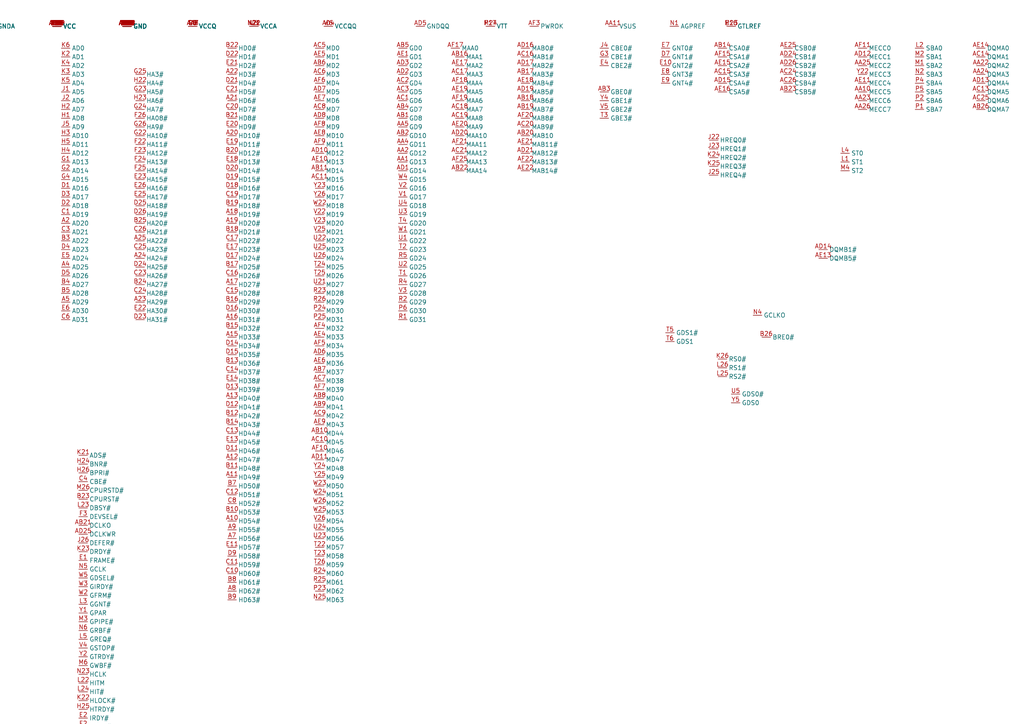
<source format=kicad_sch>
(kicad_sch (version 20231120) (generator "eeschema") (generator_version "8.0")
  (paper "A4")
  (lib_symbols
    (symbol "Library:VT82C694X"
      (property "Reference" "U" (at -19.05 106.68 0))
      (symbol "VT82C694X_0_0"
        (pin input line (at -92.71 93.98 0) (length 2.54) (name "GND") (number "A1"))
        (pin bidirectional line (at -62.23 -49.53 0) (length 2.54) (name "HD54#") (number "A10"))
        (pin bidirectional line (at -62.23 -36.83 0) (length 2.54) (name "HD49#") (number "A11"))
        (pin bidirectional line (at -62.23 -31.75 0) (length 2.54) (name "HD47#") (number "A12"))
        (pin bidirectional line (at -62.23 -13.97 0) (length 2.54) (name "HD40#") (number "A13"))
        (pin power_in line (at -92.71 93.98 0) (length 2.54) (name "GND") (number "A14"))
        (pin bidirectional line (at -62.23 3.81 0) (length 2.54) (name "HD33#") (number "A15"))
        (pin bidirectional line (at -62.23 8.89 0) (length 2.54) (name "HD31#") (number "A16"))
        (pin bidirectional line (at -62.23 19.05 0) (length 2.54) (name "HD27#") (number "A17"))
        (pin bidirectional line (at -62.23 39.37 0) (length 2.54) (name "HD19#") (number "A18"))
        (pin bidirectional line (at -62.23 36.83 0) (length 2.54) (name "HD20#") (number "A19"))
        (pin bidirectional line (at -110.49 36.83 0) (length 2.54) (name "AD20") (number "A2"))
        (pin bidirectional line (at -62.23 62.23 0) (length 2.54) (name "HD10#") (number "A20"))
        (pin bidirectional line (at -62.23 72.39 0) (length 2.54) (name "HD6#") (number "A21"))
        (pin bidirectional line (at -62.23 80.01 0) (length 2.54) (name "HD3#") (number "A22"))
        (pin bidirectional line (at -88.9 13.97 0) (length 2.54) (name "HA29#") (number "A23"))
        (pin bidirectional line (at -88.9 26.67 0) (length 2.54) (name "HA24#") (number "A24"))
        (pin bidirectional line (at -88.9 31.75 0) (length 2.54) (name "HA22#") (number "A25"))
        (pin power_in line (at -92.71 93.98 0) (length 2.54) (name "GND") (number "A26"))
        (pin input line (at 171.45 87.63 0) (length 2.54) (name "REQ0#") (number "A3"))
        (pin bidirectional line (at -110.49 24.13 0) (length 2.54) (name "AD25") (number "A4"))
        (pin bidirectional line (at -110.49 13.97 0) (length 2.54) (name "AD29") (number "A5"))
        (pin input line (at -105.41 -127 0) (length 2.54) (name "RESET#") (number "A6"))
        (pin bidirectional line (at -62.23 -54.61 0) (length 2.54) (name "HD56#") (number "A7"))
        (pin bidirectional line (at -62.23 -69.85 0) (length 2.54) (name "HD62#") (number "A8"))
        (pin bidirectional line (at -62.23 -52.07 0) (length 2.54) (name "HD55#") (number "A9"))
        (pin bidirectional line (at 120.65 74.93 0) (length 2.54) (name "MECC5") (number "AA10"))
        (pin power_in line (at 48.26 93.98 0) (length 2.54) (name "VSUS") (number "AA11"))
        (pin input line (at -105.41 -149.86 0) (length 2.54) (name "SUST#") (number "AA12"))
        (pin output line (at -105.41 -144.78 0) (length 2.54) (name "SRASB#") (number "AA17"))
        (pin power_in line (at -113.03 93.98 0) (length 2.54) (name "VCC") (number "AA18"))
        (pin power_in line (at -92.71 93.98 0) (length 2.54) (name "GND") (number "AA19"))
        (pin bidirectional line (at -12.7 57.15 0) (length 2.54) (name "GD12") (number "AA2"))
        (pin power_in line (at -113.03 93.98 0) (length 2.54) (name "VCC") (number "AA20"))
        (pin power_in line (at -92.71 93.98 0) (length 2.54) (name "GND") (number "AA21"))
        (pin output line (at 154.94 82.55 0) (length 2.54) (name "DQMA2") (number "AA22"))
        (pin bidirectional line (at 120.65 72.39 0) (length 2.54) (name "MECC6") (number "AA23"))
        (pin output line (at 154.94 80.01 0) (length 2.54) (name "DQMA3") (number "AA24"))
        (pin bidirectional line (at 120.65 82.55 0) (length 2.54) (name "MECC2") (number "AA25"))
        (pin bidirectional line (at 120.65 69.85 0) (length 2.54) (name "MECC7") (number "AA26"))
        (pin power_in line (at -73.66 93.98 0) (length 2.54) (name "VCCQ") (number "AA3"))
        (pin bidirectional line (at -12.7 59.69 0) (length 2.54) (name "GD11") (number "AA4"))
        (pin bidirectional line (at -12.7 64.77 0) (length 2.54) (name "GD9") (number "AA5"))
        (pin power_in line (at -92.71 93.98 0) (length 2.54) (name "GND") (number "AA6"))
        (pin input line (at -73.66 93.98 0) (length 2.54) (name "VCCQ") (number "AA7"))
        (pin power_in line (at -92.71 93.98 0) (length 2.54) (name "GND") (number "AA8"))
        (pin power_in line (at -113.03 93.98 0) (length 2.54) (name "VCC") (number "AA9"))
        (pin bidirectional line (at -12.7 67.31 0) (length 2.54) (name "GD8") (number "AB1"))
        (pin bidirectional line (at -36.83 -24.13 0) (length 2.54) (name "MD44") (number "AB10"))
        (pin bidirectional line (at -36.83 52.07 0) (length 2.54) (name "MD14") (number "AB11"))
        (pin power_in line (at -92.71 93.98 0) (length 2.54) (name "GND") (number "AB12"))
        (pin output line (at -105.41 -137.16 0) (length 2.54) (name "SCASB#") (number "AB13"))
        (pin output line (at 80.01 87.63 0) (length 2.54) (name "CSA0#") (number "AB14"))
        (pin power_in line (at -92.71 93.98 0) (length 2.54) (name "GND") (number "AB15"))
        (pin output line (at 3.81 85.09 0) (length 2.54) (name "MAA1") (number "AB16"))
        (pin output line (at 22.86 80.01 0) (length 2.54) (name "MAB3#") (number "AB17"))
        (pin output line (at 22.86 72.39 0) (length 2.54) (name "MAB6#") (number "AB18"))
        (pin bidirectional line (at -12.7 62.23 0) (length 2.54) (name "GD10") (number "AB2"))
        (pin output line (at 22.86 62.23 0) (length 2.54) (name "MAB10") (number "AB20"))
        (pin output line (at -105.41 -50.8 0) (length 2.54) (name "DCLKO") (number "AB21"))
        (pin output line (at 3.81 52.07 0) (length 2.54) (name "MAA14") (number "AB22"))
        (pin output line (at 99.06 74.93 0) (length 2.54) (name "CSB5#") (number "AB23"))
        (pin power_in line (at -92.71 93.98 0) (length 2.54) (name "GND") (number "AB24"))
        (pin power_in line (at -92.71 93.98 0) (length 2.54) (name "GND") (number "AB25"))
        (pin output line (at 154.94 69.85 0) (length 2.54) (name "DQMA7") (number "AB26"))
        (pin bidirectional line (at 45.72 74.93 0) (length 2.54) (name "GBE0#") (number "AB3"))
        (pin bidirectional line (at -12.7 69.85 0) (length 2.54) (name "GD7") (number "AB4"))
        (pin bidirectional line (at -12.7 87.63 0) (length 2.54) (name "GD0") (number "AB5"))
        (pin bidirectional line (at -36.83 82.55 0) (length 2.54) (name "MD2") (number "AB6"))
        (pin bidirectional line (at -36.83 -6.35 0) (length 2.54) (name "MD37") (number "AB7"))
        (pin bidirectional line (at -36.83 -13.97 0) (length 2.54) (name "MD40") (number "AB8"))
        (pin bidirectional line (at -36.83 -16.51 0) (length 2.54) (name "MD41") (number "AB9"))
        (pin bidirectional line (at -12.7 72.39 0) (length 2.54) (name "GD6") (number "AC1"))
        (pin bidirectional line (at -36.83 49.53 0) (length 2.54) (name "MD15") (number "AC11"))
        (pin output line (at -105.41 -154.94 0) (length 2.54) (name "SWEB#") (number "AC12"))
        (pin output line (at 154.94 74.93 0) (length 2.54) (name "DQMA5") (number "AC13"))
        (pin output line (at 154.94 85.09 0) (length 2.54) (name "DQMA1") (number "AC14"))
        (pin output line (at 80.01 80.01 0) (length 2.54) (name "CSA3#") (number "AC15"))
        (pin output line (at 22.86 85.09 0) (length 2.54) (name "MAB1#") (number "AC16"))
        (pin output line (at 3.81 80.01 0) (length 2.54) (name "MAA3") (number "AC17"))
        (pin output line (at 3.81 69.85 0) (length 2.54) (name "MAA7") (number "AC18"))
        (pin output line (at 3.81 67.31 0) (length 2.54) (name "MAA8") (number "AC19"))
        (pin bidirectional line (at -12.7 77.47 0) (length 2.54) (name "GD4") (number "AC2"))
        (pin output line (at 22.86 64.77 0) (length 2.54) (name "MAB9#") (number "AC20"))
        (pin output line (at 3.81 57.15 0) (length 2.54) (name "MAA12") (number "AC21"))
        (pin output line (at 187.96 87.63 0) (length 2.54) (name "CKE0") (number "AC22"))
        (pin output line (at 187.96 77.47 0) (length 2.54) (name "CKE4") (number "AC23"))
        (pin output line (at 99.06 80.01 0) (length 2.54) (name "CSB3#") (number "AC24"))
        (pin output line (at 154.94 72.39 0) (length 2.54) (name "DQMA6") (number "AC25"))
        (pin output line (at 99.06 77.47 0) (length 2.54) (name "CSB4#") (number "AC26"))
        (pin bidirectional line (at -12.7 74.93 0) (length 2.54) (name "GD5") (number "AC3"))
        (pin power_in line (at -92.71 93.98 0) (length 2.54) (name "GND") (number "AC4"))
        (pin bidirectional line (at -36.83 87.63 0) (length 2.54) (name "MD0") (number "AC5"))
        (pin bidirectional line (at -36.83 80.01 0) (length 2.54) (name "MD3") (number "AC6"))
        (pin bidirectional line (at -36.83 -8.89 0) (length 2.54) (name "MD38") (number "AC7"))
        (pin bidirectional line (at -36.83 69.85 0) (length 2.54) (name "MD7") (number "AC8"))
        (pin bidirectional line (at -36.83 -19.05 0) (length 2.54) (name "MD42") (number "AC9"))
        (pin bidirectional line (at -12.7 52.07 0) (length 2.54) (name "GD14") (number "AD1"))
        (pin bidirectional line (at -36.83 57.15 0) (length 2.54) (name "MD12") (number "AD10"))
        (pin bidirectional line (at -36.83 -31.75 0) (length 2.54) (name "MD47") (number "AD11"))
        (pin bidirectional line (at 120.65 85.09 0) (length 2.54) (name "MECC1") (number "AD12"))
        (pin output line (at 154.94 77.47 0) (length 2.54) (name "DQMA4") (number "AD13"))
        (pin output line (at 109.22 29.21 0) (length 2.54) (name "DQMB1#") (number "AD14"))
        (pin output line (at 80.01 77.47 0) (length 2.54) (name "CSA4#") (number "AD15"))
        (pin output line (at 22.86 87.63 0) (length 2.54) (name "MAB0#") (number "AD16"))
        (pin output line (at 22.86 82.55 0) (length 2.54) (name "MAB2#") (number "AD17"))
        (pin power_in line (at -92.71 93.98 0) (length 2.54) (name "GND") (number "AD18"))
        (pin output line (at 22.86 74.93 0) (length 2.54) (name "MAB5#") (number "AD19"))
        (pin bidirectional line (at -12.7 80.01 0) (length 2.54) (name "GD3") (number "AD2"))
        (pin output line (at 3.81 62.23 0) (length 2.54) (name "MAA10") (number "AD20"))
        (pin output line (at 22.86 57.15 0) (length 2.54) (name "MAB12#") (number "AD21"))
        (pin power_in line (at -92.71 93.98 0) (length 2.54) (name "GND") (number "AD22"))
        (pin output line (at 187.96 80.01 0) (length 2.54) (name "CKE3") (number "AD23"))
        (pin output line (at 99.06 85.09 0) (length 2.54) (name "CSB1#") (number "AD24"))
        (pin input line (at -105.41 -53.34 0) (length 2.54) (name "DCLKWR") (number "AD25"))
        (pin input line (at 99.06 82.55 0) (length 2.54) (name "CSB2#") (number "AD26"))
        (pin bidirectional line (at -12.7 82.55 0) (length 2.54) (name "GD2") (number "AD3"))
        (pin power_in line (at -34.29 93.98 0) (length 2.54) (name "VCCQQ") (number "AD4"))
        (pin power_in line (at -7.62 93.98 0) (length 2.54) (name "GNDQQ") (number "AD5"))
        (pin bidirectional line (at -36.83 -1.27 0) (length 2.54) (name "MD35") (number "AD6"))
        (pin bidirectional line (at -36.83 74.93 0) (length 2.54) (name "MD5") (number "AD7"))
        (pin bidirectional line (at -36.83 67.31 0) (length 2.54) (name "MD8") (number "AD8"))
        (pin power_in line (at -92.71 93.98 0) (length 2.54) (name "GND") (number "AD9"))
        (pin bidirectional line (at -36.83 54.61 0) (length 2.54) (name "MD13") (number "AE10"))
        (pin bidirectional line (at 120.65 77.47 0) (length 2.54) (name "MECC4") (number "AE11"))
        (pin output line (at -105.41 -152.4 0) (length 2.54) (name "SWEA#") (number "AE12"))
        (pin output line (at 109.22 26.67 0) (length 2.54) (name "DQMB5#") (number "AE13"))
        (pin output line (at 154.94 87.63 0) (length 2.54) (name "DQMA0") (number "AE14"))
        (pin output line (at 80.01 82.55 0) (length 2.54) (name "CSA2#") (number "AE15"))
        (pin output line (at 80.01 74.93 0) (length 2.54) (name "CSA5#") (number "AE16"))
        (pin output line (at 3.81 82.55 0) (length 2.54) (name "MAA2") (number "AE17"))
        (pin output line (at 22.86 77.47 0) (length 2.54) (name "MAB4#") (number "AE18"))
        (pin output line (at 3.81 74.93 0) (length 2.54) (name "MAA5") (number "AE19"))
        (pin input line (at -105.41 -111.76 0) (length 2.54) (name "NCOMP") (number "AE2"))
        (pin output line (at 3.81 64.77 0) (length 2.54) (name "MAA9") (number "AE20"))
        (pin output line (at 22.86 59.69 0) (length 2.54) (name "MAB11#") (number "AE21"))
        (pin output line (at 22.86 52.07 0) (length 2.54) (name "MAB14#") (number "AE22"))
        (pin power_in line (at -92.71 93.98 0) (length 2.54) (name "GND") (number "AE23"))
        (pin output line (at 187.96 82.55 0) (length 2.54) (name "CKE2") (number "AE24"))
        (pin output line (at 99.06 87.63 0) (length 2.54) (name "CSB0#") (number "AE25"))
        (pin power_in line (at -113.03 93.98 0) (length 2.54) (name "VCC") (number "AE26"))
        (pin output line (at -105.41 -162.56 0) (length 2.54) (name "WSC#") (number "AE3"))
        (pin bidirectional line (at -36.83 3.81 0) (length 2.54) (name "MD33") (number "AE4"))
        (pin bidirectional line (at -36.83 85.09 0) (length 2.54) (name "MD1") (number "AE5"))
        (pin bidirectional line (at -36.83 -3.81 0) (length 2.54) (name "MD36") (number "AE6"))
        (pin bidirectional line (at -36.83 72.39 0) (length 2.54) (name "MD6") (number "AE7"))
        (pin bidirectional line (at -36.83 62.23 0) (length 2.54) (name "MD10") (number "AE8"))
        (pin bidirectional line (at -36.83 -21.59 0) (length 2.54) (name "MD43") (number "AE9"))
        (pin power_in line (at -92.71 93.98 0) (length 2.54) (name "GND") (number "AF1"))
        (pin bidirectional line (at -36.83 -29.21 0) (length 2.54) (name "MD46") (number "AF10"))
        (pin bidirectional line (at 120.65 87.63 0) (length 2.54) (name "MECC0") (number "AF11"))
        (pin bidirectional line (at -105.41 -134.62 0) (length 2.54) (name "SCASA#") (number "AF12"))
        (pin power_in line (at -92.71 93.98 0) (length 2.54) (name "GND") (number "AF13"))
        (pin power_in line (at -113.03 93.98 0) (length 2.54) (name "VCC") (number "AF14"))
        (pin output line (at 80.01 85.09 0) (length 2.54) (name "CSA1#") (number "AF15"))
        (pin output line (at -105.41 -142.24 0) (length 2.54) (name "SRASA#") (number "AF16"))
        (pin output line (at 2.54 87.63 0) (length 2.54) (name "MAA0") (number "AF17"))
        (pin output line (at 3.81 77.47 0) (length 2.54) (name "MAA4") (number "AF18"))
        (pin output line (at 3.81 72.39 0) (length 2.54) (name "MAA6") (number "AF19"))
        (pin input line (at -105.41 -121.92 0) (length 2.54) (name "PCOMP") (number "AF2"))
        (pin output line (at 22.86 67.31 0) (length 2.54) (name "MAB8#") (number "AF20"))
        (pin output line (at 3.81 59.69 0) (length 2.54) (name "MAA11") (number "AF21"))
        (pin output line (at 22.86 54.61 0) (length 2.54) (name "MAB13#") (number "AF22"))
        (pin output line (at 187.96 85.09 0) (length 2.54) (name "CKE1") (number "AF23"))
        (pin output line (at 3.81 54.61 0) (length 2.54) (name "MAA13") (number "AF25"))
        (pin input line (at 25.4 93.98 0) (length 2.54) (name "PWROK") (number "AF3"))
        (pin bidirectional line (at -36.83 6.35 0) (length 2.54) (name "MD32") (number "AF4"))
        (pin bidirectional line (at -36.83 1.27 0) (length 2.54) (name "MD34") (number "AF5"))
        (pin bidirectional line (at -36.83 77.47 0) (length 2.54) (name "MD4") (number "AF6"))
        (pin bidirectional line (at -36.83 -11.43 0) (length 2.54) (name "MD39") (number "AF7"))
        (pin bidirectional line (at -36.83 64.77 0) (length 2.54) (name "MD9") (number "AF8"))
        (pin bidirectional line (at -36.83 59.69 0) (length 2.54) (name "MD11") (number "AF9"))
        (pin power_in line (at -113.03 93.98 0) (length 2.54) (name "VCC") (number "B1"))
        (pin bidirectional line (at -62.23 -46.99 0) (length 2.54) (name "HD53#") (number "B10"))
        (pin bidirectional line (at -62.23 -34.29 0) (length 2.54) (name "HD48#") (number "B11"))
        (pin bidirectional line (at -62.23 -19.05 0) (length 2.54) (name "HD42#") (number "B12"))
        (pin bidirectional line (at -62.23 -3.81 0) (length 2.54) (name "HD36#") (number "B13"))
        (pin bidirectional line (at -62.23 -21.59 0) (length 2.54) (name "HD43#") (number "B14"))
        (pin bidirectional line (at -62.23 6.35 0) (length 2.54) (name "HD32#") (number "B15"))
        (pin bidirectional line (at -62.23 13.97 0) (length 2.54) (name "HD29#") (number "B16"))
        (pin bidirectional line (at -62.23 24.13 0) (length 2.54) (name "HD25#") (number "B17"))
        (pin bidirectional line (at -62.23 34.29 0) (length 2.54) (name "HD21#") (number "B18"))
        (pin bidirectional line (at -62.23 41.91 0) (length 2.54) (name "HD18#") (number "B19"))
        (pin input line (at -105.41 -119.38 0) (length 2.54) (name "PCLK") (number "B2"))
        (pin bidirectional line (at -62.23 57.15 0) (length 2.54) (name "HD12#") (number "B20"))
        (pin bidirectional line (at -62.23 67.31 0) (length 2.54) (name "HD8#") (number "B21"))
        (pin bidirectional line (at -62.23 87.63 0) (length 2.54) (name "HD0#") (number "B22"))
        (pin output line (at -105.41 -43.18 0) (length 2.54) (name "CPURST#") (number "B23"))
        (pin bidirectional line (at -88.9 19.05 0) (length 2.54) (name "HA27#") (number "B24"))
        (pin bidirectional line (at -88.9 36.83 0) (length 2.54) (name "HA20#") (number "B25"))
        (pin output line (at 92.71 3.81 0) (length 2.54) (name "BRE0#") (number "B26"))
        (pin bidirectional line (at -110.49 31.75 0) (length 2.54) (name "AD22") (number "B3"))
        (pin bidirectional line (at -110.49 19.05 0) (length 2.54) (name "AD27") (number "B4"))
        (pin bidirectional line (at -110.49 16.51 0) (length 2.54) (name "AD28") (number "B5"))
        (pin input line (at -105.41 -124.46 0) (length 2.54) (name "PREQ") (number "B6"))
        (pin bidirectional line (at -62.23 -39.37 0) (length 2.54) (name "HD50#") (number "B7"))
        (pin bidirectional line (at -62.23 -67.31 0) (length 2.54) (name "HD61#") (number "B8"))
        (pin bidirectional line (at -62.23 -72.39 0) (length 2.54) (name "HD63#") (number "B9"))
        (pin bidirectional line (at -110.49 39.37 0) (length 2.54) (name "AD19") (number "C1"))
        (pin bidirectional line (at -62.23 -64.77 0) (length 2.54) (name "HD60#") (number "C10"))
        (pin bidirectional line (at -62.23 -62.23 0) (length 2.54) (name "HD59#") (number "C11"))
        (pin bidirectional line (at -62.23 -41.91 0) (length 2.54) (name "HD51#") (number "C12"))
        (pin bidirectional line (at -62.23 -24.13 0) (length 2.54) (name "HD44#") (number "C13"))
        (pin bidirectional line (at -62.23 -6.35 0) (length 2.54) (name "HD37#") (number "C14"))
        (pin bidirectional line (at -62.23 16.51 0) (length 2.54) (name "HD28#") (number "C15"))
        (pin bidirectional line (at -62.23 21.59 0) (length 2.54) (name "HD26#") (number "C16"))
        (pin bidirectional line (at -62.23 31.75 0) (length 2.54) (name "HD22#") (number "C17"))
        (pin power_in line (at -92.71 93.98 0) (length 2.54) (name "GND") (number "C18"))
        (pin bidirectional line (at -62.23 44.45 0) (length 2.54) (name "HD17#") (number "C19"))
        (pin power_in line (at -113.03 93.98 0) (length 2.54) (name "VCC") (number "C2"))
        (pin bidirectional line (at -62.23 69.85 0) (length 2.54) (name "HD7#") (number "C20"))
        (pin bidirectional line (at -62.23 74.93 0) (length 2.54) (name "HD5#") (number "C21"))
        (pin power_in line (at -92.71 93.98 0) (length 2.54) (name "GND") (number "C22"))
        (pin bidirectional line (at -88.9 21.59 0) (length 2.54) (name "HA26#") (number "C23"))
        (pin bidirectional line (at -88.9 16.51 0) (length 2.54) (name "HA28#") (number "C24"))
        (pin bidirectional line (at -88.9 29.21 0) (length 2.54) (name "HA23#") (number "C25"))
        (pin bidirectional line (at -88.9 34.29 0) (length 2.54) (name "HA21#") (number "C26"))
        (pin bidirectional line (at -110.49 34.29 0) (length 2.54) (name "AD21") (number "C3"))
        (pin bidirectional line (at -105.41 -38.1 0) (length 2.54) (name "CBE#") (number "C4"))
        (pin power_in line (at -92.71 93.98 0) (length 2.54) (name "GND") (number "C5"))
        (pin bidirectional line (at -110.49 8.89 0) (length 2.54) (name "AD31") (number "C6"))
        (pin input line (at 171.45 85.09 0) (length 2.54) (name "REQ1#") (number "C7"))
        (pin power_in line (at -92.71 93.98 0) (length 2.54) (name "GND") (number "C9"))
        (pin bidirectional line (at -110.49 46.99 0) (length 2.54) (name "AD16") (number "D1"))
        (pin input line (at 171.45 77.47 0) (length 2.54) (name "REQ4#") (number "D10"))
        (pin bidirectional line (at -62.23 -29.21 0) (length 2.54) (name "HD46#") (number "D11"))
        (pin bidirectional line (at -62.23 -16.51 0) (length 2.54) (name "HD41#") (number "D12"))
        (pin bidirectional line (at -62.23 -11.43 0) (length 2.54) (name "HD39#") (number "D13"))
        (pin bidirectional line (at -62.23 1.27 0) (length 2.54) (name "HD34#") (number "D14"))
        (pin bidirectional line (at -62.23 -1.27 0) (length 2.54) (name "HD35#") (number "D15"))
        (pin bidirectional line (at -62.23 11.43 0) (length 2.54) (name "HD30#") (number "D16"))
        (pin bidirectional line (at -62.23 26.67 0) (length 2.54) (name "HD24#") (number "D17"))
        (pin bidirectional line (at -62.23 46.99 0) (length 2.54) (name "HD16#") (number "D18"))
        (pin bidirectional line (at -62.23 49.53 0) (length 2.54) (name "HD15#") (number "D19"))
        (pin bidirectional line (at -110.49 41.91 0) (length 2.54) (name "AD18") (number "D2"))
        (pin bidirectional line (at -62.23 52.07 0) (length 2.54) (name "HD14#") (number "D20"))
        (pin bidirectional line (at -62.23 77.47 0) (length 2.54) (name "HD4#") (number "D21"))
        (pin bidirectional line (at -62.23 85.09 0) (length 2.54) (name "HD1#") (number "D22"))
        (pin bidirectional line (at -88.9 8.89 0) (length 2.54) (name "HA31#") (number "D23"))
        (pin bidirectional line (at -88.9 24.13 0) (length 2.54) (name "HA25#") (number "D24"))
        (pin bidirectional line (at -88.9 41.91 0) (length 2.54) (name "HA18#") (number "D25"))
        (pin bidirectional line (at -88.9 39.37 0) (length 2.54) (name "HA19#") (number "D26"))
        (pin bidirectional line (at -110.49 44.45 0) (length 2.54) (name "AD17") (number "D3"))
        (pin bidirectional line (at -110.49 29.21 0) (length 2.54) (name "AD23") (number "D4"))
        (pin bidirectional line (at -110.49 21.59 0) (length 2.54) (name "AD26") (number "D5"))
        (pin output line (at -105.41 -116.84 0) (length 2.54) (name "PGNT#") (number "D6"))
        (pin output line (at 63.5 85.09 0) (length 2.54) (name "GNT1#") (number "D7"))
        (pin input line (at 171.45 80.01 0) (length 2.54) (name "REQ3#") (number "D8"))
        (pin bidirectional line (at -62.23 -59.69 0) (length 2.54) (name "HD58#") (number "D9"))
        (pin bidirectional line (at -105.41 -60.96 0) (length 2.54) (name "FRAME#") (number "E1"))
        (pin output line (at 63.5 82.55 0) (length 2.54) (name "GNT2#") (number "E10"))
        (pin bidirectional line (at -62.23 -57.15 0) (length 2.54) (name "HD57#") (number "E11"))
        (pin power_in line (at -92.71 93.98 0) (length 2.54) (name "GND") (number "E12"))
        (pin bidirectional line (at -62.23 -26.67 0) (length 2.54) (name "HD45#") (number "E13"))
        (pin bidirectional line (at -62.23 -8.89 0) (length 2.54) (name "HD38#") (number "E14"))
        (pin power_in line (at -92.71 93.98 0) (length 2.54) (name "GND") (number "E15"))
        (pin input line (at 82.55 93.98 0) (length 2.54) (name "GTLREF") (number "E16"))
        (pin bidirectional line (at -62.23 29.21 0) (length 2.54) (name "HD23#") (number "E17"))
        (pin bidirectional line (at -62.23 54.61 0) (length 2.54) (name "HD13#") (number "E18"))
        (pin bidirectional line (at -62.23 59.69 0) (length 2.54) (name "HD11#") (number "E19"))
        (pin bidirectional line (at -105.41 -106.68 0) (length 2.54) (name "IRDY#") (number "E2"))
        (pin bidirectional line (at -62.23 64.77 0) (length 2.54) (name "HD9#") (number "E20"))
        (pin bidirectional line (at -62.23 82.55 0) (length 2.54) (name "HD2#") (number "E21"))
        (pin bidirectional line (at -88.9 11.43 0) (length 2.54) (name "HA30#") (number "E22"))
        (pin bidirectional line (at -88.9 49.53 0) (length 2.54) (name "HA15#") (number "E23"))
        (pin power_in line (at -92.71 93.98 0) (length 2.54) (name "GND") (number "E24"))
        (pin bidirectional line (at -88.9 44.45 0) (length 2.54) (name "HA17#") (number "E25"))
        (pin bidirectional line (at -88.9 46.99 0) (length 2.54) (name "HA16#") (number "E26"))
        (pin power_in line (at -92.71 93.98 0) (length 2.54) (name "GND") (number "E3"))
        (pin bidirectional line (at 45.72 82.55 0) (length 2.54) (name "CBE2#") (number "E4"))
        (pin bidirectional line (at -110.49 26.67 0) (length 2.54) (name "AD24") (number "E5"))
        (pin bidirectional line (at -110.49 11.43 0) (length 2.54) (name "AD30") (number "E6"))
        (pin output line (at 63.5 87.63 0) (length 2.54) (name "GNT0#") (number "E7"))
        (pin output line (at 63.5 77.47 0) (length 2.54) (name "GNT4#") (number "E9"))
        (pin bidirectional line (at -105.41 -139.7 0) (length 2.54) (name "SERR#") (number "F1"))
        (pin power_in line (at 12.7 93.98 0) (length 2.54) (name "VTT") (number "F17"))
        (pin power_in line (at -113.03 93.98 0) (length 2.54) (name "VCC") (number "F18"))
        (pin power_in line (at -92.71 93.98 0) (length 2.54) (name "GND") (number "F19"))
        (pin bidirectional line (at -105.41 -109.22 0) (length 2.54) (name "LOCK#") (number "F2"))
        (pin power_in line (at -92.71 93.98 0) (length 2.54) (name "GND") (number "F21"))
        (pin bidirectional line (at -88.9 59.69 0) (length 2.54) (name "HA11#") (number "F22"))
        (pin bidirectional line (at -88.9 57.15 0) (length 2.54) (name "HA12#") (number "F23"))
        (pin bidirectional line (at -88.9 54.61 0) (length 2.54) (name "HA13#") (number "F24"))
        (pin bidirectional line (at -88.9 52.07 0) (length 2.54) (name "HA14#") (number "F25"))
        (pin bidirectional line (at -88.9 67.31 0) (length 2.54) (name "HA08#") (number "F26"))
        (pin bidirectional line (at -105.41 -48.26 0) (length 2.54) (name "DEVSEL#") (number "F3"))
        (pin bidirectional line (at -105.41 -147.32 0) (length 2.54) (name "STOP#") (number "F4"))
        (pin bidirectional line (at -105.41 -160.02 0) (length 2.54) (name "TRDY#") (number "F5"))
        (pin power_in line (at -92.71 93.98 0) (length 2.54) (name "GND") (number "F6"))
        (pin power_in line (at -113.03 93.98 0) (length 2.54) (name "VCC") (number "F7"))
        (pin power_in line (at -92.71 93.98 0) (length 2.54) (name "GND") (number "F8"))
        (pin power_in line (at -113.03 93.98 0) (length 2.54) (name "VCC") (number "F9"))
        (pin bidirectional line (at -110.49 54.61 0) (length 2.54) (name "AD13") (number "G1"))
        (pin bidirectional line (at -110.49 52.07 0) (length 2.54) (name "AD14") (number "G2"))
        (pin power_in line (at -113.03 93.98 0) (length 2.54) (name "VCC") (number "G21"))
        (pin bidirectional line (at -88.9 62.23 0) (length 2.54) (name "HA10#") (number "G22"))
        (pin bidirectional line (at -88.9 74.93 0) (length 2.54) (name "HA5#") (number "G23"))
        (pin bidirectional line (at -88.9 69.85 0) (length 2.54) (name "HA7#") (number "G24"))
        (pin bidirectional line (at -88.9 80.01 0) (length 2.54) (name "HA3#") (number "G25"))
        (pin bidirectional line (at -88.9 64.77 0) (length 2.54) (name "HA9#") (number "G26"))
        (pin bidirectional line (at 45.72 85.09 0) (length 2.54) (name "CBE1#") (number "G3"))
        (pin bidirectional line (at -110.49 49.53 0) (length 2.54) (name "AD15") (number "G4"))
        (pin bidirectional line (at -105.41 -114.3 0) (length 2.54) (name "PAR") (number "G5"))
        (pin power_in line (at -113.03 93.98 0) (length 2.54) (name "VCC") (number "G6"))
        (pin bidirectional line (at -110.49 67.31 0) (length 2.54) (name "AD8") (number "H1"))
        (pin bidirectional line (at -110.49 69.85 0) (length 2.54) (name "AD7") (number "H2"))
        (pin power_in line (at -92.71 93.98 0) (length 2.54) (name "GND") (number "H21"))
        (pin bidirectional line (at -88.9 77.47 0) (length 2.54) (name "HA4#") (number "H22"))
        (pin bidirectional line (at -88.9 72.39 0) (length 2.54) (name "HA6#") (number "H23"))
        (pin bidirectional line (at -105.41 -33.02 0) (length 2.54) (name "BNR#") (number "H24"))
        (pin bidirectional line (at -105.41 -104.14 0) (length 2.54) (name "HTRDY#") (number "H25"))
        (pin bidirectional line (at -105.41 -35.56 0) (length 2.54) (name "BPRI#") (number "H26"))
        (pin bidirectional line (at -110.49 62.23 0) (length 2.54) (name "AD10") (number "H3"))
        (pin bidirectional line (at -110.49 57.15 0) (length 2.54) (name "AD12") (number "H4"))
        (pin bidirectional line (at -110.49 59.69 0) (length 2.54) (name "AD11") (number "H5"))
        (pin power_in line (at -92.71 93.98 0) (length 2.54) (name "GND") (number "H6"))
        (pin bidirectional line (at -110.49 74.93 0) (length 2.54) (name "AD5") (number "J1"))
        (pin bidirectional line (at -110.49 72.39 0) (length 2.54) (name "AD6") (number "J2"))
        (pin power_in line (at -113.03 93.98 0) (length 2.54) (name "VCC") (number "J21"))
        (pin bidirectional line (at 77.47 60.96 0) (length 2.54) (name "HREQ0#") (number "J22"))
        (pin bidirectional line (at 77.47 58.42 0) (length 2.54) (name "HREQ1#") (number "J23"))
        (pin power_in line (at -92.71 93.98 0) (length 2.54) (name "GND") (number "J24"))
        (pin bidirectional line (at 77.47 50.8 0) (length 2.54) (name "HREQ4#") (number "J25"))
        (pin bidirectional line (at -105.41 -55.88 0) (length 2.54) (name "DEFER#") (number "J26"))
        (pin power_in line (at -92.71 93.98 0) (length 2.54) (name "GND") (number "J3"))
        (pin bidirectional line (at 45.72 87.63 0) (length 2.54) (name "CBE0#") (number "J4"))
        (pin bidirectional line (at -110.49 64.77 0) (length 2.54) (name "AD9") (number "J5"))
        (pin power_in line (at -113.03 93.98 0) (length 2.54) (name "VCC") (number "J6"))
        (pin power_in line (at -92.71 93.98 0) (length 2.54) (name "GND") (number "K1"))
        (pin bidirectional line (at -110.49 85.09 0) (length 2.54) (name "AD1") (number "K2"))
        (pin bidirectional line (at -105.41 -30.48 0) (length 2.54) (name "ADS#") (number "K21"))
        (pin input line (at -105.41 -101.6 0) (length 2.54) (name "HLOCK#") (number "K22"))
        (pin bidirectional line (at -105.41 -58.42 0) (length 2.54) (name "DRDY#") (number "K23"))
        (pin bidirectional line (at 77.47 55.88 0) (length 2.54) (name "HREQ2#") (number "K24"))
        (pin bidirectional line (at 77.47 53.34 0) (length 2.54) (name "HREQ3#") (number "K25"))
        (pin bidirectional line (at 80.01 -2.54 0) (length 2.54) (name "RS0#") (number "K26"))
        (pin bidirectional line (at -110.49 80.01 0) (length 2.54) (name "AD3") (number "K3"))
        (pin bidirectional line (at -110.49 82.55 0) (length 2.54) (name "AD2") (number "K4"))
        (pin bidirectional line (at -110.49 77.47 0) (length 2.54) (name "AD4") (number "K5"))
        (pin power_in line (at -92.71 93.98 0) (length 2.54) (name "GND") (number "K7"))
        (pin output line (at 115.57 54.61 0) (length 2.54) (name "ST1") (number "L1"))
        (pin power_in line (at -113.03 93.98 0) (length 2.54) (name "VCC") (number "L11"))
        (pin power_in line (at -92.71 93.98 0) (length 2.54) (name "GND") (number "L12"))
        (pin power_in line (at -113.03 93.98 0) (length 2.54) (name "VCC") (number "L16"))
        (pin input line (at 137.16 87.63 0) (length 2.54) (name "SBA0") (number "L2"))
        (pin input line (at -105.41 -96.52 0) (length 2.54) (name "HITM") (number "L22"))
        (pin bidirectional line (at -105.41 -45.72 0) (length 2.54) (name "DBSY#") (number "L23"))
        (pin bidirectional line (at -105.41 -99.06 0) (length 2.54) (name "HIT#") (number "L24"))
        (pin bidirectional line (at 80.01 -7.62 0) (length 2.54) (name "RS2#") (number "L25"))
        (pin output line (at -105.41 -73.66 0) (length 2.54) (name "GGNT#") (number "L3"))
        (pin output line (at 115.57 57.15 0) (length 2.54) (name "ST0") (number "L4"))
        (pin input line (at -73.66 93.98 0) (length 2.54) (name "VCCQ") (number "L6"))
        (pin power_in line (at -73.66 93.98 0) (length 2.54) (name "VCCQ") (number "L7"))
        (pin input line (at 137.16 82.55 0) (length 2.54) (name "SBA2") (number "M1"))
        (pin power_in line (at -92.71 93.98 0) (length 2.54) (name "GND") (number "M11"))
        (pin power_in line (at -113.03 93.98 0) (length 2.54) (name "VCC") (number "M12"))
        (pin power_in line (at -92.71 93.98 0) (length 2.54) (name "GND") (number "M13"))
        (pin power_in line (at -92.71 93.98 0) (length 2.54) (name "GND") (number "M14"))
        (pin power_in line (at -113.03 93.98 0) (length 2.54) (name "VCC") (number "M15"))
        (pin power_in line (at -92.71 93.98 0) (length 2.54) (name "GND") (number "M16"))
        (pin input line (at 137.16 85.09 0) (length 2.54) (name "SBA1") (number "M2"))
        (pin power_in line (at -132.08 93.98 0) (length 2.54) (name "GNDA") (number "M21"))
        (pin power_in line (at -132.08 93.98 0) (length 2.54) (name "GNDA") (number "M22"))
        (pin input line (at 82.55 93.98 0) (length 2.54) (name "GTLREF") (number "M23"))
        (pin power_in line (at 12.7 93.98 0) (length 2.54) (name "VTT") (number "M24"))
        (pin input line (at -105.41 -157.48 0) (length 2.54) (name "TESTIN#") (number "M25"))
        (pin output line (at -105.41 -40.64 0) (length 2.54) (name "CPURSTD#") (number "M26"))
        (pin input line (at -105.41 -78.74 0) (length 2.54) (name "GPIPE#") (number "M3"))
        (pin output line (at 115.57 52.07 0) (length 2.54) (name "ST2") (number "M4"))
        (pin input line (at -105.41 -132.08 0) (length 2.54) (name "SBS#") (number "M5"))
        (pin input line (at -105.41 -91.44 0) (length 2.54) (name "GWBF#") (number "M6"))
        (pin power_in line (at 66.04 93.98 0) (length 2.54) (name "AGPREF") (number "N1"))
        (pin power_in line (at -113.03 93.98 0) (length 2.54) (name "VCC") (number "N11"))
        (pin power_in line (at -92.71 93.98 0) (length 2.54) (name "GND") (number "N12"))
        (pin power_in line (at -92.71 93.98 0) (length 2.54) (name "GND") (number "N13"))
        (pin power_in line (at -92.71 93.98 0) (length 2.54) (name "GND") (number "N14"))
        (pin power_in line (at -92.71 93.98 0) (length 2.54) (name "GND") (number "N15"))
        (pin power_in line (at -113.03 93.98 0) (length 2.54) (name "VCC") (number "N16"))
        (pin input line (at 137.16 80.01 0) (length 2.54) (name "SBA3") (number "N2"))
        (pin power_in line (at -55.88 93.98 0) (length 2.54) (name "VCCA") (number "N21"))
        (pin power_in line (at -55.88 93.98 0) (length 2.54) (name "VCCA") (number "N22"))
        (pin input line (at -105.41 -93.98 0) (length 2.54) (name "HCLK") (number "N23"))
        (pin power_in line (at -92.71 93.98 0) (length 2.54) (name "GND") (number "N24"))
        (pin bidirectional line (at -36.83 -72.39 0) (length 2.54) (name "MD63") (number "N25"))
        (pin power_in line (at -113.03 93.98 0) (length 2.54) (name "VCC") (number "N26"))
        (pin input line (at -105.41 -129.54 0) (length 2.54) (name "SBS") (number "N3"))
        (pin output line (at 90.17 10.16 0) (length 2.54) (name "GCLKO") (number "N4"))
        (pin input line (at -105.41 -63.5 0) (length 2.54) (name "GCLK") (number "N5"))
        (pin input line (at -105.41 -81.28 0) (length 2.54) (name "GRBF#") (number "N6"))
        (pin input line (at 137.16 69.85 0) (length 2.54) (name "SBA7") (number "P1"))
        (pin power_in line (at -92.71 93.98 0) (length 2.54) (name "GND") (number "P12"))
        (pin power_in line (at -92.71 93.98 0) (length 2.54) (name "GND") (number "P14"))
        (pin power_in line (at -92.71 93.98 0) (length 2.54) (name "GND") (number "P15"))
        (pin power_in line (at -113.03 93.98 0) (length 2.54) (name "VCC") (number "P16"))
        (pin input line (at 137.16 72.39 0) (length 2.54) (name "SBA6") (number "P2"))
        (pin power_in line (at -92.71 93.98 0) (length 2.54) (name "GND") (number "P22"))
        (pin bidirectional line (at -36.83 -69.85 0) (length 2.54) (name "MD62") (number "P23"))
        (pin bidirectional line (at -36.83 11.43 0) (length 2.54) (name "MD30") (number "P24"))
        (pin bidirectional line (at -36.83 8.89 0) (length 2.54) (name "MD31") (number "P25"))
        (pin power_in line (at -92.71 93.98 0) (length 2.54) (name "GND") (number "P3"))
        (pin input line (at 137.16 77.47 0) (length 2.54) (name "SBA4") (number "P4"))
        (pin input line (at 137.16 74.93 0) (length 2.54) (name "SBA5") (number "P5"))
        (pin bidirectional line (at -12.7 11.43 0) (length 2.54) (name "GD30") (number "P6"))
        (pin power_in line (at -92.71 93.98 0) (length 2.54) (name "GND") (number "P7"))
        (pin bidirectional line (at -12.7 8.89 0) (length 2.54) (name "GD31") (number "R1"))
        (pin power_in line (at -92.71 93.98 0) (length 2.54) (name "GND") (number "R11"))
        (pin power_in line (at -113.03 93.98 0) (length 2.54) (name "VCC") (number "R12"))
        (pin power_in line (at -92.71 93.98 0) (length 2.54) (name "GND") (number "R13"))
        (pin power_in line (at -92.71 93.98 0) (length 2.54) (name "GND") (number "R14"))
        (pin power_in line (at -113.03 93.98 0) (length 2.54) (name "VCC") (number "R15"))
        (pin power_in line (at -92.71 93.98 0) (length 2.54) (name "GND") (number "R16"))
        (pin bidirectional line (at -12.7 13.97 0) (length 2.54) (name "GD29") (number "R2"))
        (pin power_in line (at -92.71 93.98 0) (length 2.54) (name "GND") (number "R22"))
        (pin bidirectional line (at -36.83 16.51 0) (length 2.54) (name "MD28") (number "R23"))
        (pin bidirectional line (at -36.83 -64.77 0) (length 2.54) (name "MD60") (number "R24"))
        (pin bidirectional line (at -36.83 -67.31 0) (length 2.54) (name "MD61") (number "R25"))
        (pin bidirectional line (at -36.83 13.97 0) (length 2.54) (name "MD29") (number "R26"))
        (pin bidirectional line (at -12.7 19.05 0) (length 2.54) (name "GD27") (number "R4"))
        (pin bidirectional line (at -12.7 26.67 0) (length 2.54) (name "GD24") (number "R5"))
        (pin power_in line (at -73.66 93.98 0) (length 2.54) (name "VCCQ") (number "R6"))
        (pin power_in line (at -73.66 93.98 0) (length 2.54) (name "VCCQ") (number "R7"))
        (pin bidirectional line (at -12.7 21.59 0) (length 2.54) (name "GD26") (number "T1"))
        (pin power_in line (at -113.03 93.98 0) (length 2.54) (name "VCC") (number "T11"))
        (pin power_in line (at -92.71 93.98 0) (length 2.54) (name "GND") (number "T12"))
        (pin power_in line (at -113.03 93.98 0) (length 2.54) (name "VCC") (number "T13"))
        (pin power_in line (at -113.03 93.98 0) (length 2.54) (name "VCC") (number "T14"))
        (pin power_in line (at -92.71 93.98 0) (length 2.54) (name "GND") (number "T15"))
        (pin power_in line (at -113.03 93.98 0) (length 2.54) (name "VCC") (number "T16"))
        (pin bidirectional line (at -12.7 29.21 0) (length 2.54) (name "GD23") (number "T2"))
        (pin bidirectional line (at -36.83 -57.15 0) (length 2.54) (name "MD57") (number "T22"))
        (pin bidirectional line (at -36.83 -59.69 0) (length 2.54) (name "MD58") (number "T23"))
        (pin bidirectional line (at -36.83 24.13 0) (length 2.54) (name "MD25") (number "T24"))
        (pin bidirectional line (at -36.83 21.59 0) (length 2.54) (name "MD26") (number "T25"))
        (pin bidirectional line (at -36.83 -62.23 0) (length 2.54) (name "MD59") (number "T26"))
        (pin bidirectional line (at 45.72 67.31 0) (length 2.54) (name "GBE3#") (number "T3"))
        (pin bidirectional line (at -12.7 36.83 0) (length 2.54) (name "GD20") (number "T4"))
        (pin bidirectional line (at 64.77 5.08 0) (length 2.54) (name "GDS1#") (number "T5"))
        (pin bidirectional line (at 64.77 2.54 0) (length 2.54) (name "GDS1") (number "T6"))
        (pin bidirectional line (at -12.7 31.75 0) (length 2.54) (name "GD22") (number "U1"))
        (pin bidirectional line (at -12.7 24.13 0) (length 2.54) (name "GD25") (number "U2"))
        (pin bidirectional line (at -36.83 19.05 0) (length 2.54) (name "MD27") (number "U21"))
        (pin bidirectional line (at -36.83 31.75 0) (length 2.54) (name "MD22") (number "U22"))
        (pin bidirectional line (at -36.83 -54.61 0) (length 2.54) (name "MD56") (number "U23"))
        (pin bidirectional line (at -36.83 -52.07 0) (length 2.54) (name "MD55") (number "U24"))
        (pin bidirectional line (at -36.83 29.21 0) (length 2.54) (name "MD23") (number "U25"))
        (pin bidirectional line (at -36.83 26.67 0) (length 2.54) (name "MD24") (number "U26"))
        (pin bidirectional line (at -12.7 39.37 0) (length 2.54) (name "GD19") (number "U3"))
        (pin bidirectional line (at -12.7 41.91 0) (length 2.54) (name "GD18") (number "U4"))
        (pin bidirectional line (at 83.82 -12.7 0) (length 2.54) (name "GDS0#") (number "U5"))
        (pin power_in line (at -92.71 93.98 0) (length 2.54) (name "GND") (number "U6"))
        (pin power_in line (at -132.08 93.98 0) (length 2.54) (name "GNDA") (number "U7"))
        (pin bidirectional line (at -12.7 44.45 0) (length 2.54) (name "GD17") (number "V1"))
        (pin bidirectional line (at -12.7 46.99 0) (length 2.54) (name "GD16") (number "V2"))
        (pin power_in line (at -113.03 93.98 0) (length 2.54) (name "VCC") (number "V21"))
        (pin bidirectional line (at -36.83 39.37 0) (length 2.54) (name "MD19") (number "V22"))
        (pin bidirectional line (at -36.83 36.83 0) (length 2.54) (name "MD20") (number "V23"))
        (pin power_in line (at -92.71 93.98 0) (length 2.54) (name "GND") (number "V24"))
        (pin bidirectional line (at -36.83 34.29 0) (length 2.54) (name "MD21") (number "V25"))
        (pin bidirectional line (at -36.83 -49.53 0) (length 2.54) (name "MD54") (number "V26"))
        (pin bidirectional line (at -12.7 16.51 0) (length 2.54) (name "GD28") (number "V3"))
        (pin bidirectional line (at -105.41 -86.36 0) (length 2.54) (name "GSTOP#") (number "V4"))
        (pin bidirectional line (at 45.72 69.85 0) (length 2.54) (name "GBE2#") (number "V5"))
        (pin power_in line (at -55.88 93.98 0) (length 2.54) (name "VCCA") (number "V6"))
        (pin bidirectional line (at -12.7 34.29 0) (length 2.54) (name "GD21") (number "W1"))
        (pin bidirectional line (at -105.41 -71.12 0) (length 2.54) (name "GFRM#") (number "W2"))
        (pin power_in line (at -132.08 93.98 0) (length 2.54) (name "GNDA") (number "W21"))
        (pin bidirectional line (at -36.83 41.91 0) (length 2.54) (name "MD18") (number "W22"))
        (pin bidirectional line (at -36.83 -39.37 0) (length 2.54) (name "MD50") (number "W23"))
        (pin bidirectional line (at -36.83 -41.91 0) (length 2.54) (name "MD51") (number "W24"))
        (pin bidirectional line (at -36.83 -46.99 0) (length 2.54) (name "MD53") (number "W25"))
        (pin bidirectional line (at -36.83 -44.45 0) (length 2.54) (name "MD52") (number "W26"))
        (pin bidirectional line (at -105.41 -68.58 0) (length 2.54) (name "GIRDY#") (number "W3"))
        (pin bidirectional line (at -12.7 49.53 0) (length 2.54) (name "GD15") (number "W4"))
        (pin bidirectional line (at -105.41 -66.04 0) (length 2.54) (name "GDSEL#") (number "W5"))
        (pin power_in line (at -34.29 93.98 0) (length 2.54) (name "VCCQ") (number "W6"))
        (pin bidirectional line (at -105.41 -76.2 0) (length 2.54) (name "GPAR") (number "Y1"))
        (pin bidirectional line (at -105.41 -88.9 0) (length 2.54) (name "GTRDY#") (number "Y2"))
        (pin power_in line (at -55.88 93.98 0) (length 2.54) (name "VCCA") (number "Y21"))
        (pin bidirectional line (at 120.65 80.01 0) (length 2.54) (name "MECC3") (number "Y22"))
        (pin bidirectional line (at -36.83 46.99 0) (length 2.54) (name "MD16") (number "Y23"))
        (pin bidirectional line (at -36.83 -34.29 0) (length 2.54) (name "MD48") (number "Y24"))
        (pin bidirectional line (at -36.83 -36.83 0) (length 2.54) (name "MD49") (number "Y25"))
        (pin bidirectional line (at -36.83 44.45 0) (length 2.54) (name "MD17") (number "Y26"))
        (pin power_in line (at -92.71 93.98 0) (length 2.54) (name "GND") (number "Y3"))
        (pin bidirectional line (at 45.72 72.39 0) (length 2.54) (name "GBE1#") (number "Y4"))
        (pin bidirectional line (at 83.82 -15.24 0) (length 2.54) (name "GDS0") (number "Y5"))
        (pin power_in line (at -92.71 93.98 0) (length 2.54) (name "GND") (number "Y6"))
        (pin power_in line (at -92.71 93.98 0) (length 2.54) (name "GND") (number "Y7"))
        (pin power_in line (at -92.71 93.98 0) (length 2.54) (name "GND") (number "Y8"))
      )
      (symbol "VT82C694X_1_0"
        (pin bidirectional line (at -12.7 54.61 0) (length 2.54) (name "GD13") (number "AA1"))
        (pin output line (at 22.86 69.85 0) (length 2.54) (name "MAB7#") (number "AB19"))
        (pin bidirectional line (at -36.83 -26.67 0) (length 2.54) (name "MD45") (number "AC10"))
        (pin bidirectional line (at -12.7 85.09 0) (length 2.54) (name "GD1") (number "AE1"))
        (pin output line (at 187.96 74.93 0) (length 2.54) (name "CKE5") (number "AF24"))
        (pin power_in line (at -92.71 93.98 0) (length 2.54) (name "GND") (number "AF26"))
        (pin bidirectional line (at -62.23 -44.45 0) (length 2.54) (name "HD52#") (number "C8"))
        (pin output line (at 63.5 80.01 0) (length 2.54) (name "GNT3#") (number "E8"))
        (pin input line (at 171.45 82.55 0) (length 2.54) (name "REQ2#") (number "F10"))
        (pin power_in line (at -113.03 93.98 0) (length 2.54) (name "VCC") (number "F20"))
        (pin bidirectional line (at -110.49 87.63 0) (length 2.54) (name "AD0") (number "K6"))
        (pin power_in line (at -113.03 93.98 0) (length 2.54) (name "VCC") (number "L13"))
        (pin power_in line (at -113.03 93.98 0) (length 2.54) (name "VCC") (number "L14"))
        (pin power_in line (at -92.71 93.98 0) (length 2.54) (name "GND") (number "L15"))
        (pin bidirectional line (at 80.01 -5.08 0) (length 2.54) (name "RS1#") (number "L26"))
        (pin input line (at -105.41 -83.82 0) (length 2.54) (name "GREQ#") (number "L5"))
        (pin power_in line (at -92.71 93.98 0) (length 2.54) (name "GND") (number "N7"))
        (pin power_in line (at -113.03 93.98 0) (length 2.54) (name "VCC") (number "P11"))
        (pin power_in line (at -92.71 93.98 0) (length 2.54) (name "GND") (number "P13"))
        (pin power_in line (at -92.71 93.98 0) (length 2.54) (name "GND") (number "P26"))
        (pin power_in line (at -73.66 93.98 0) (length 2.54) (name "VCCQ") (number "R3"))
      )
    )
  )
  (symbol (lib_id "Library:VT82C694X") (at 128.27 101.6 0) (unit 1)
    (property "Reference" "U1" (at 135.89 213.9949 0) (effects (justify left)))
    (property "Value" "~" (at 135.89 215.9 0) (effects (justify left)))
    (property "Footprint" "Library:VT82C694X" (effects (hide yes)))
  )
)
</source>
